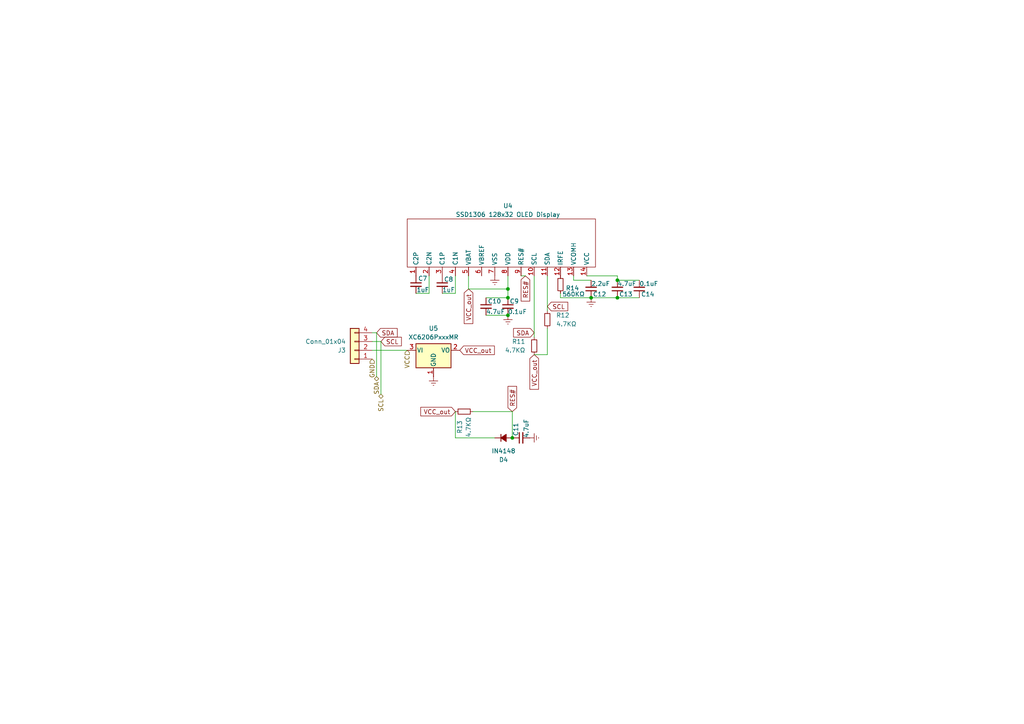
<source format=kicad_sch>
(kicad_sch (version 20250114) (generator "eeschema") (generator_version "9.0")
  (paper "A4")
  (lib_symbols
    (symbol "Connector_Generic:Conn_01x04" (pin_names (offset 1.016) (hide yes))
      (property "Reference" "J" (at 0 5.08 0))
      (property "Value" "Conn_01x04" (at 0 -7.62 0))
      (symbol "Conn_01x04_1_1"
        (rectangle (start -1.27 3.81) (end 1.27 -6.35) (stroke (width 0.254)) (fill (type background)))
        (rectangle (start -1.27 2.667) (end 0 2.413) (stroke (width 0.1524)))
        (rectangle (start -1.27 0.127) (end 0 -0.127) (stroke (width 0.1524)))
        (rectangle (start -1.27 -2.413) (end 0 -2.667) (stroke (width 0.1524)))
        (rectangle (start -1.27 -4.953) (end 0 -5.207) (stroke (width 0.1524)))
        (pin passive line (at -5.08 2.54 0) (length 3.81) (name "Pin_1") (number "1"))
        (pin passive line (at -5.08 0 0) (length 3.81) (name "Pin_2") (number "2"))
        (pin passive line (at -5.08 -2.54 0) (length 3.81) (name "Pin_3") (number "3"))
        (pin passive line (at -5.08 -5.08 0) (length 3.81) (name "Pin_4") (number "4"))
      )
    )
    (symbol "Device:C_Small" (pin_numbers (hide yes)) (pin_names (offset 0.254) (hide yes))
      (property "Reference" "C" (at 0.254 1.778 0))
      (property "Value" "C_Small" (at 0.254 -2.032 0))
      (symbol "C_Small_0_1"
        (polyline (pts (xy -1.524 0.508) (xy 1.524 0.508)) (stroke (width 0.3048)))
        (polyline (pts (xy -1.524 -0.508) (xy 1.524 -0.508)) (stroke (width 0.3302)))
      )
      (symbol "C_Small_1_1"
        (pin passive line (at 0 2.54 270) (length 2.032) (name "~") (number "1"))
        (pin passive line (at 0 -2.54 90) (length 2.032) (name "~") (number "2"))
      )
    )
    (symbol "Device:D_Small_Filled" (pin_numbers (hide yes)) (pin_names (offset 0.254) (hide yes))
      (property "Reference" "D" (at -1.27 2.032 0))
      (property "Value" "D_Small_Filled" (at -3.81 -2.032 0))
      (symbol "D_Small_Filled_0_1"
        (polyline (pts (xy -0.762 0) (xy 0.762 0)))
        (polyline (pts (xy -0.762 -1.016) (xy -0.762 1.016)) (stroke (width 0.254)))
        (polyline (pts (xy 0.762 -1.016) (xy -0.762 0) (xy 0.762 1.016) (xy 0.762 -1.016)) (stroke (width 0.254)) (fill (type outline)))
      )
      (symbol "D_Small_Filled_1_1"
        (pin passive line (at -2.54 0 0) (length 1.778) (name "K") (number "1"))
        (pin passive line (at 2.54 0 180) (length 1.778) (name "A") (number "2"))
      )
    )
    (symbol "Device:R_Small" (pin_numbers (hide yes)) (pin_names (offset 0.254) (hide yes))
      (property "Reference" "R" (at 0.762 0.508 0))
      (property "Value" "R_Small" (at 0.762 -1.016 0))
      (symbol "R_Small_0_1"
        (rectangle (start -0.762 1.778) (end 0.762 -1.778) (stroke (width 0.2032)))
      )
      (symbol "R_Small_1_1"
        (pin passive line (at 0 2.54 270) (length 0.762) (name "~") (number "1"))
        (pin passive line (at 0 -2.54 90) (length 0.762) (name "~") (number "2"))
      )
    )
    (symbol "Display_Graphic:SSD1306_128x32_OLED"
      (property "Reference" "U4" (at 1.27 11.43 0))
      (property "Value" "~" (at 1.27 8.89 0))
      (symbol "SSD1306_128x32_OLED_0_1"
        (rectangle (start -27.94 7.62) (end 26.67 -6.35))
      )
      (symbol "SSD1306_128x32_OLED_1_1"
        (pin unspecified line (at -25.4 -8.89 90) (length 2.54) (name "C2P") (number "1"))
        (pin unspecified line (at -21.59 -8.89 90) (length 2.54) (name "C2N") (number "2"))
        (pin unspecified line (at -17.78 -8.89 90) (length 2.54) (name "C1P") (number "3"))
        (pin unspecified line (at -13.97 -8.89 90) (length 2.54) (name "C1N") (number "4"))
        (pin unspecified line (at -10.16 -8.89 90) (length 2.54) (name "VBAT") (number "5"))
        (pin unspecified line (at -6.35 -8.89 90) (length 2.54) (name "VBREF") (number "6"))
        (pin unspecified line (at -2.54 -8.89 90) (length 2.54) (name "VSS") (number "7"))
        (pin unspecified line (at 1.27 -8.89 90) (length 2.54) (name "VDD") (number "8"))
        (pin unspecified line (at 5.08 -8.89 90) (length 2.54) (name "RES#") (number "9"))
        (pin unspecified line (at 8.89 -8.89 90) (length 2.54) (name "SCL") (number "10"))
        (pin unspecified line (at 12.7 -8.89 90) (length 2.54) (name "SDA") (number "11"))
        (pin unspecified line (at 16.51 -8.89 90) (length 2.54) (name "IRFE") (number "12"))
        (pin unspecified line (at 20.32 -8.89 90) (length 2.54) (name "VCOMH") (number "13"))
        (pin unspecified line (at 24.13 -8.89 90) (length 2.54) (name "VCC") (number "14"))
      )
    )
    (symbol "Regulator_Linear:XC6206PxxxMR" (pin_names (offset 0.254))
      (property "Reference" "U" (at -3.81 3.175 0))
      (property "Value" "XC6206PxxxMR" (at 0 3.175 0))
      (symbol "XC6206PxxxMR_0_1"
        (rectangle (start -5.08 1.905) (end 5.08 -5.08) (stroke (width 0.254)) (fill (type background)))
      )
      (symbol "XC6206PxxxMR_1_1"
        (pin power_in line (at -7.62 0 0) (length 2.54) (name "VI") (number "3"))
        (pin power_in line (at 0 -7.62 90) (length 2.54) (name "GND") (number "1"))
        (pin power_out line (at 7.62 0 180) (length 2.54) (name "VO") (number "2"))
      )
    )
    (symbol "power:GNDREF" (power) (pin_numbers (hide yes)) (pin_names (offset 0) (hide yes))
      (property "Value" "GNDREF" (at 0 -3.81 0))
      (symbol "GNDREF_0_1"
        (polyline (pts (xy -0.635 -1.905) (xy 0.635 -1.905)))
        (polyline (pts (xy -0.127 -2.54) (xy 0.127 -2.54)))
        (polyline (pts (xy 0 -1.27) (xy 0 0)))
        (polyline (pts (xy 1.27 -1.27) (xy -1.27 -1.27)))
      )
      (symbol "GNDREF_1_1"
        (pin power_in line (at 0 0 270) (length 0) (name "~") (number "1"))
      )
    )
  )
  (junction (at 179.07 86.36))
  (junction (at 148.59 127))
  (junction (at 147.32 86.36))
  (junction (at 171.45 86.36))
  (junction (at 147.32 91.44))
  (junction (at 179.07 81.28))
  (junction (at 147.32 83.82))
  (wire (pts (xy 132.08 119.38) (xy 132.08 127)))
  (wire (pts (xy 109.22 109.22) (xy 109.22 96.52)))
  (wire (pts (xy 132.08 85.09) (xy 128.27 85.09)))
  (wire (pts (xy 158.75 102.87) (xy 158.75 95.25)))
  (wire (pts (xy 132.08 80.01) (xy 132.08 85.09)))
  (wire (pts (xy 171.45 81.28) (xy 166.37 81.28)))
  (wire (pts (xy 147.32 83.82) (xy 147.32 86.36)))
  (wire (pts (xy 132.08 127) (xy 143.51 127)))
  (wire (pts (xy 124.46 85.09) (xy 124.46 80.01)))
  (wire (pts (xy 135.89 80.01) (xy 135.89 83.82)))
  (wire (pts (xy 148.59 119.38) (xy 137.16 119.38)))
  (wire (pts (xy 179.07 86.36) (xy 185.42 86.36)))
  (wire (pts (xy 166.37 81.28) (xy 166.37 80.01)))
  (wire (pts (xy 140.97 86.36) (xy 147.32 86.36)))
  (wire (pts (xy 154.94 80.01) (xy 154.94 97.79)))
  (wire (pts (xy 110.49 114.3) (xy 110.49 99.06)))
  (wire (pts (xy 179.07 80.01) (xy 179.07 81.28)))
  (wire (pts (xy 162.56 86.36) (xy 162.56 85.09)))
  (wire (pts (xy 158.75 80.01) (xy 158.75 90.17)))
  (wire (pts (xy 179.07 81.28) (xy 185.42 81.28)))
  (wire (pts (xy 120.65 85.09) (xy 124.46 85.09)))
  (wire (pts (xy 118.11 101.6) (xy 107.95 101.6)))
  (wire (pts (xy 110.49 99.06) (xy 107.95 99.06)))
  (wire (pts (xy 152.4 80.01) (xy 151.13 80.01)))
  (wire (pts (xy 147.32 80.01) (xy 147.32 83.82)))
  (wire (pts (xy 135.89 83.82) (xy 147.32 83.82)))
  (wire (pts (xy 170.18 80.01) (xy 179.07 80.01)))
  (wire (pts (xy 171.45 86.36) (xy 179.07 86.36)))
  (wire (pts (xy 154.94 102.87) (xy 158.75 102.87)))
  (wire (pts (xy 162.56 86.36) (xy 171.45 86.36)))
  (wire (pts (xy 148.59 127) (xy 148.59 119.38)))
  (wire (pts (xy 109.22 96.52) (xy 107.95 96.52)))
  (wire (pts (xy 140.97 91.44) (xy 147.32 91.44)))
  (global_label "VCC_out" (shape input) (at 133.35 101.6 0) (property "Intersheetrefs" "${INTERSHEET_REFS}" (effects (hide yes))))
  (global_label "VCC_out" (shape input) (at 154.94 102.87 270) (property "Intersheetrefs" "${INTERSHEET_REFS}" (effects (hide yes))))
  (global_label "VCC_out" (shape input) (at 135.89 83.82 270) (property "Intersheetrefs" "${INTERSHEET_REFS}" (effects (hide yes))))
  (global_label "SCL" (shape input) (at 158.75 88.9 0) (property "Intersheetrefs" "${INTERSHEET_REFS}" (effects (hide yes))))
  (global_label "VCC_out" (shape input) (at 132.08 119.38 180) (property "Intersheetrefs" "${INTERSHEET_REFS}" (effects (hide yes))))
  (global_label "SCL" (shape input) (at 110.49 99.06 0) (property "Intersheetrefs" "${INTERSHEET_REFS}" (effects (hide yes))))
  (global_label "SDA" (shape input) (at 109.22 96.52 0) (property "Intersheetrefs" "${INTERSHEET_REFS}" (effects (hide yes))))
  (global_label "RES#" (shape input) (at 152.4 80.01 270) (property "Intersheetrefs" "${INTERSHEET_REFS}" (effects (hide yes))))
  (global_label "SDA" (shape input) (at 154.94 96.52 180) (property "Intersheetrefs" "${INTERSHEET_REFS}" (effects (hide yes))))
  (global_label "RES#" (shape input) (at 148.59 119.38 90) (property "Intersheetrefs" "${INTERSHEET_REFS}" (effects (hide yes))))
  (hierarchical_label "SDA" (shape bidirectional) (at 109.22 109.22 270))
  (hierarchical_label "SCL" (shape bidirectional) (at 110.49 114.3 270))
  (hierarchical_label "VCC" (shape input) (at 118.11 101.6 270))
  (hierarchical_label "GND" (shape input) (at 107.95 104.14 270))
  (symbol (lib_id "Device:R_Small") (at 162.56 82.55 0) (unit 1)
    (property "Reference" "R14" (at 164.084 83.566 0) (effects (justify left)))
    (property "Value" "560KΩ" (at 163.068 85.344 0) (effects (justify left)))
    (property "Description" "Resistor, small symbol" (effects (hide yes)))
  )
  (symbol (lib_id "Regulator_Linear:XC6206PxxxMR") (at 125.73 101.6 0) (unit 1)
    (property "Reference" "U5" (at 125.73 95.25 0))
    (property "Value" "XC6206PxxxMR" (at 125.73 97.79 0))
    (property "Footprint" "Package_TO_SOT_SMD:SOT-23-3" (effects (hide yes)))
    (property "Datasheet" "https://www.torexsemi.com/file/xc6206/XC6206.pdf" (effects (hide yes)))
    (property "Description" "Positive 60-250mA Low Dropout Regulator, Fixed Output, SOT-23" (effects (hide yes)))
  )
  (symbol (lib_id "Device:C_Small") (at 128.27 82.55 0) (unit 1)
    (property "Reference" "C8" (at 128.778 81.026 0) (effects (justify left)))
    (property "Value" "1uF" (at 128.27 84.074 0) (effects (justify left)))
    (property "Description" "Unpolarized capacitor, small symbol" (effects (hide yes)))
  )
  (symbol (lib_id "Connector_Generic:Conn_01x04") (at 102.87 101.6 180) (unit 1)
    (property "Reference" "J3" (at 100.33 101.6001 0) (effects (justify left)))
    (property "Value" "Conn_01x04" (at 100.33 99.0601 0) (effects (justify left)))
    (property "Description" "Generic connector, single row, 01x04, script generated (kicad-library-utils/schlib/autogen/connector/)" (effects (hide yes)))
  )
  (symbol (lib_id "power:GNDREF") (at 147.32 91.44 0) (unit 1)
    (property "Reference" "#PWR03" (effects (hide yes)))
    (property "Value" "GNDREF" (effects (hide yes)))
    (property "Description" "Power symbol creates a global label with name \"GNDREF\" , reference supply ground" (effects (hide yes)))
  )
  (symbol (lib_id "power:GNDREF") (at 143.51 80.01 0) (unit 1)
    (property "Reference" "#PWR02" (effects (hide yes)))
    (property "Value" "GNDREF" (effects (hide yes)))
    (property "Description" "Power symbol creates a global label with name \"GNDREF\" , reference supply ground" (effects (hide yes)))
  )
  (symbol (lib_id "Device:C_Small") (at 151.13 127 90) (unit 1)
    (property "Reference" "C11" (at 149.606 126.492 0) (effects (justify left)))
    (property "Value" "4.7uF" (at 152.654 127 0) (effects (justify left)))
    (property "Description" "Unpolarized capacitor, small symbol" (effects (hide yes)))
  )
  (symbol (lib_id "Device:C_Small") (at 185.42 83.82 0) (mirror x) (unit 1)
    (property "Reference" "C14" (at 185.928 85.344 0) (effects (justify left)))
    (property "Value" "0.1uF" (at 185.42 82.296 0) (effects (justify left)))
    (property "Description" "Unpolarized capacitor, small symbol" (effects (hide yes)))
  )
  (symbol (lib_id "Device:C_Small") (at 147.32 88.9 0) (unit 1)
    (property "Reference" "C9" (at 147.828 87.376 0) (effects (justify left)))
    (property "Value" "0.1uF" (at 147.32 90.424 0) (effects (justify left)))
    (property "Description" "Unpolarized capacitor, small symbol" (effects (hide yes)))
  )
  (symbol (lib_id "Display_Graphic:SSD1306_128x32_OLED") (at 146.05 71.12 0) (unit 1)
    (property "Reference" "U4" (at 147.32 59.69 0))
    (property "Value" "SSD1306 128x32 OLED Display" (at 147.32 62.23 0))
    (property "Footprint" "Display:SSD1306_OLED-0.91-128x32" (effects (hide yes)))
  )
  (symbol (lib_id "Device:R_Small") (at 134.62 119.38 270) (mirror x) (unit 1)
    (property "Reference" "R13" (at 133.3499 121.92 0) (effects (justify right)))
    (property "Value" "4.7KΩ" (at 135.89 120.904 0) (effects (justify right)))
    (property "Description" "Resistor, small symbol" (effects (hide yes)))
  )
  (symbol (lib_id "power:GNDREF") (at 153.67 127 90) (unit 1)
    (property "Reference" "#PWR04" (effects (hide yes)))
    (property "Value" "GNDREF" (effects (hide yes)))
    (property "Description" "Power symbol creates a global label with name \"GNDREF\" , reference supply ground" (effects (hide yes)))
  )
  (symbol (lib_id "Device:R_Small") (at 154.94 100.33 0) (mirror x) (unit 1)
    (property "Reference" "R11" (at 152.4 99.0599 0) (effects (justify right)))
    (property "Value" "4.7KΩ" (at 152.4 101.5999 0) (effects (justify right)))
    (property "Description" "Resistor, small symbol" (effects (hide yes)))
  )
  (symbol (lib_id "Device:D_Small_Filled") (at 146.05 127 0) (unit 1)
    (property "Reference" "D4" (at 146.05 133.35 0))
    (property "Value" "IN4148" (at 146.05 130.81 0))
    (property "Description" "Diode, small symbol, filled shape" (effects (hide yes)))
    (property "Sim.Device" "D" (effects (hide yes)))
    (property "Sim.Pins" "1=K 2=A" (effects (hide yes)))
  )
  (symbol (lib_id "Device:C_Small") (at 140.97 88.9 0) (unit 1)
    (property "Reference" "C10" (at 141.478 87.376 0) (effects (justify left)))
    (property "Value" "4.7uF" (at 140.97 90.424 0) (effects (justify left)))
    (property "Description" "Unpolarized capacitor, small symbol" (effects (hide yes)))
  )
  (symbol (lib_id "Device:C_Small") (at 179.07 83.82 0) (mirror x) (unit 1)
    (property "Reference" "C13" (at 179.578 85.344 0) (effects (justify left)))
    (property "Value" "4.7uF" (at 179.07 82.296 0) (effects (justify left)))
    (property "Description" "Unpolarized capacitor, small symbol" (effects (hide yes)))
  )
  (symbol (lib_id "Device:C_Small") (at 120.65 82.55 0) (mirror y) (unit 1)
    (property "Reference" "C7" (at 123.952 80.772 0) (effects (justify left)))
    (property "Value" "1uF" (at 124.46 84.074 0) (effects (justify left)))
    (property "Description" "Unpolarized capacitor, small symbol" (effects (hide yes)))
  )
  (symbol (lib_id "Device:R_Small") (at 158.75 92.71 0) (unit 1)
    (property "Reference" "R12" (at 161.29 91.4399 0) (effects (justify left)))
    (property "Value" "4.7KΩ" (at 161.29 93.9799 0) (effects (justify left)))
    (property "Description" "Resistor, small symbol" (effects (hide yes)))
  )
  (symbol (lib_id "Device:C_Small") (at 171.45 83.82 0) (mirror x) (unit 1)
    (property "Reference" "C12" (at 171.958 85.344 0) (effects (justify left)))
    (property "Value" "2.2uF" (at 171.45 82.296 0) (effects (justify left)))
    (property "Description" "Unpolarized capacitor, small symbol" (effects (hide yes)))
  )
  (symbol (lib_id "power:GNDREF") (at 171.45 86.36 0) (unit 1)
    (property "Reference" "#PWR05" (effects (hide yes)))
    (property "Value" "GNDREF" (effects (hide yes)))
    (property "Description" "Power symbol creates a global label with name \"GNDREF\" , reference supply ground" (effects (hide yes)))
  )
  (symbol (lib_id "power:GNDREF") (at 125.73 109.22 0) (unit 1)
    (property "Reference" "#PWR01" (effects (hide yes)))
    (property "Value" "GNDREF" (effects (hide yes)))
    (property "Description" "Power symbol creates a global label with name \"GNDREF\" , reference supply ground" (effects (hide yes)))
  )
)
</source>
